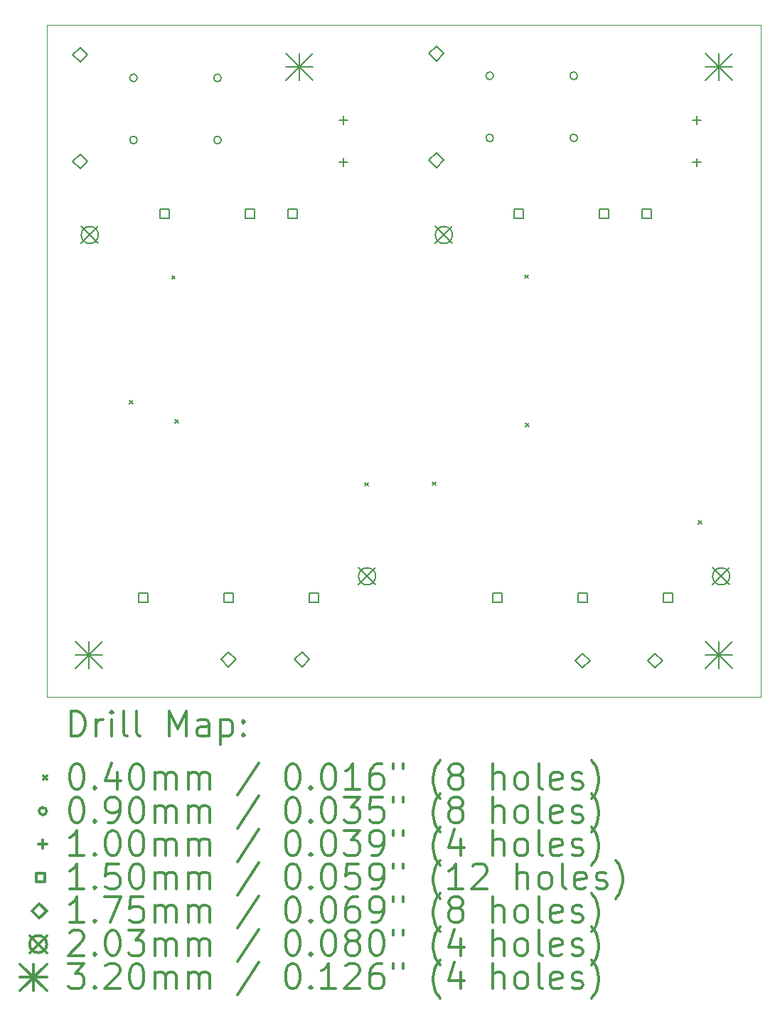
<source format=gbr>
%FSLAX45Y45*%
G04 Gerber Fmt 4.5, Leading zero omitted, Abs format (unit mm)*
G04 Created by KiCad (PCBNEW 5.1.6+dfsg1-1~bpo9+1) date 2022-04-04 20:49:42*
%MOMM*%
%LPD*%
G01*
G04 APERTURE LIST*
%TA.AperFunction,Profile*%
%ADD10C,0.100000*%
%TD*%
%ADD11C,0.200000*%
%ADD12C,0.300000*%
G04 APERTURE END LIST*
D10*
X0Y1000D02*
X8500000Y1000D01*
X8500000Y8001000D02*
X8500000Y1000D01*
X0Y8001000D02*
X0Y1000D01*
X0Y8001000D02*
X8500000Y8001000D01*
D11*
X979490Y3526470D02*
X1019490Y3486470D01*
X1019490Y3526470D02*
X979490Y3486470D01*
X1484950Y5013640D02*
X1524950Y4973640D01*
X1524950Y5013640D02*
X1484950Y4973640D01*
X1523050Y3302950D02*
X1563050Y3262950D01*
X1563050Y3302950D02*
X1523050Y3262950D01*
X3784920Y2549840D02*
X3824920Y2509840D01*
X3824920Y2549840D02*
X3784920Y2509840D01*
X4585020Y2558730D02*
X4625020Y2518730D01*
X4625020Y2558730D02*
X4585020Y2518730D01*
X5686110Y5022530D02*
X5726110Y4982530D01*
X5726110Y5022530D02*
X5686110Y4982530D01*
X5695000Y3258500D02*
X5735000Y3218500D01*
X5735000Y3258500D02*
X5695000Y3218500D01*
X7754940Y2096450D02*
X7794940Y2056450D01*
X7794940Y2096450D02*
X7754940Y2056450D01*
X5315500Y7394800D02*
G75*
G03*
X5315500Y7394800I-45000J0D01*
G01*
X5315500Y6654800D02*
G75*
G03*
X5315500Y6654800I-45000J0D01*
G01*
X6315500Y7394800D02*
G75*
G03*
X6315500Y7394800I-45000J0D01*
G01*
X6315500Y6654800D02*
G75*
G03*
X6315500Y6654800I-45000J0D01*
G01*
X1073700Y7369400D02*
G75*
G03*
X1073700Y7369400I-45000J0D01*
G01*
X1073700Y6629400D02*
G75*
G03*
X1073700Y6629400I-45000J0D01*
G01*
X2073700Y7369400D02*
G75*
G03*
X2073700Y7369400I-45000J0D01*
G01*
X2073700Y6629400D02*
G75*
G03*
X2073700Y6629400I-45000J0D01*
G01*
X7739380Y6912700D02*
X7739380Y6812700D01*
X7689380Y6862700D02*
X7789380Y6862700D01*
X7739380Y6412700D02*
X7739380Y6312700D01*
X7689380Y6362700D02*
X7789380Y6362700D01*
X3525520Y6917780D02*
X3525520Y6817780D01*
X3475520Y6867780D02*
X3575520Y6867780D01*
X3525520Y6417780D02*
X3525520Y6317780D01*
X3475520Y6367780D02*
X3575520Y6367780D01*
X1196034Y1128067D02*
X1196034Y1234134D01*
X1089967Y1234134D01*
X1089967Y1128067D01*
X1196034Y1128067D01*
X1450033Y5700066D02*
X1450033Y5806133D01*
X1343967Y5806133D01*
X1343967Y5700066D01*
X1450033Y5700066D01*
X2212034Y1128067D02*
X2212034Y1234134D01*
X2105967Y1234134D01*
X2105967Y1128067D01*
X2212034Y1128067D01*
X2466034Y5700066D02*
X2466034Y5806133D01*
X2359967Y5806133D01*
X2359967Y5700066D01*
X2466034Y5700066D01*
X2974033Y5700066D02*
X2974033Y5806133D01*
X2867966Y5806133D01*
X2867966Y5700066D01*
X2974033Y5700066D01*
X3228033Y1128067D02*
X3228033Y1234134D01*
X3121966Y1234134D01*
X3121966Y1128067D01*
X3228033Y1128067D01*
X5412434Y1128067D02*
X5412434Y1234134D01*
X5306367Y1234134D01*
X5306367Y1128067D01*
X5412434Y1128067D01*
X5666433Y5700066D02*
X5666433Y5806133D01*
X5560367Y5806133D01*
X5560367Y5700066D01*
X5666433Y5700066D01*
X6428433Y1128067D02*
X6428433Y1234134D01*
X6322366Y1234134D01*
X6322366Y1128067D01*
X6428433Y1128067D01*
X6682433Y5700066D02*
X6682433Y5806133D01*
X6576366Y5806133D01*
X6576366Y5700066D01*
X6682433Y5700066D01*
X7190433Y5700066D02*
X7190433Y5806133D01*
X7084366Y5806133D01*
X7084366Y5700066D01*
X7190433Y5700066D01*
X7444433Y1128067D02*
X7444433Y1234134D01*
X7338366Y1234134D01*
X7338366Y1128067D01*
X7444433Y1128067D01*
X3035300Y357000D02*
X3122800Y444500D01*
X3035300Y532000D01*
X2947800Y444500D01*
X3035300Y357000D01*
X2159000Y357000D02*
X2246500Y444500D01*
X2159000Y532000D01*
X2071500Y444500D01*
X2159000Y357000D01*
X7239000Y344300D02*
X7326500Y431800D01*
X7239000Y519300D01*
X7151500Y431800D01*
X7239000Y344300D01*
X6375400Y344300D02*
X6462900Y431800D01*
X6375400Y519300D01*
X6287900Y431800D01*
X6375400Y344300D01*
X393700Y7557900D02*
X481200Y7645400D01*
X393700Y7732900D01*
X306200Y7645400D01*
X393700Y7557900D01*
X393700Y6287900D02*
X481200Y6375400D01*
X393700Y6462900D01*
X306200Y6375400D01*
X393700Y6287900D01*
X4635500Y7570600D02*
X4723000Y7658100D01*
X4635500Y7745600D01*
X4548000Y7658100D01*
X4635500Y7570600D01*
X4635500Y6300600D02*
X4723000Y6388100D01*
X4635500Y6475600D01*
X4548000Y6388100D01*
X4635500Y6300600D01*
X406400Y5600700D02*
X609600Y5397500D01*
X609600Y5600700D02*
X406400Y5397500D01*
X609600Y5499100D02*
G75*
G03*
X609600Y5499100I-101600J0D01*
G01*
X3708400Y1536700D02*
X3911600Y1333500D01*
X3911600Y1536700D02*
X3708400Y1333500D01*
X3911600Y1435100D02*
G75*
G03*
X3911600Y1435100I-101600J0D01*
G01*
X4622800Y5600700D02*
X4826000Y5397500D01*
X4826000Y5600700D02*
X4622800Y5397500D01*
X4826000Y5499100D02*
G75*
G03*
X4826000Y5499100I-101600J0D01*
G01*
X7924800Y1536700D02*
X8128000Y1333500D01*
X8128000Y1536700D02*
X7924800Y1333500D01*
X8128000Y1435100D02*
G75*
G03*
X8128000Y1435100I-101600J0D01*
G01*
X7840000Y7661000D02*
X8160000Y7341000D01*
X8160000Y7661000D02*
X7840000Y7341000D01*
X8000000Y7661000D02*
X8000000Y7341000D01*
X7840000Y7501000D02*
X8160000Y7501000D01*
X340000Y661000D02*
X660000Y341000D01*
X660000Y661000D02*
X340000Y341000D01*
X500000Y661000D02*
X500000Y341000D01*
X340000Y501000D02*
X660000Y501000D01*
X7840000Y661000D02*
X8160000Y341000D01*
X8160000Y661000D02*
X7840000Y341000D01*
X8000000Y661000D02*
X8000000Y341000D01*
X7840000Y501000D02*
X8160000Y501000D01*
X2840000Y7661000D02*
X3160000Y7341000D01*
X3160000Y7661000D02*
X2840000Y7341000D01*
X3000000Y7661000D02*
X3000000Y7341000D01*
X2840000Y7501000D02*
X3160000Y7501000D01*
D12*
X281428Y-469714D02*
X281428Y-169714D01*
X352857Y-169714D01*
X395714Y-184000D01*
X424286Y-212571D01*
X438571Y-241143D01*
X452857Y-298286D01*
X452857Y-341143D01*
X438571Y-398286D01*
X424286Y-426857D01*
X395714Y-455429D01*
X352857Y-469714D01*
X281428Y-469714D01*
X581428Y-469714D02*
X581428Y-269714D01*
X581428Y-326857D02*
X595714Y-298286D01*
X610000Y-284000D01*
X638571Y-269714D01*
X667143Y-269714D01*
X767143Y-469714D02*
X767143Y-269714D01*
X767143Y-169714D02*
X752857Y-184000D01*
X767143Y-198286D01*
X781428Y-184000D01*
X767143Y-169714D01*
X767143Y-198286D01*
X952857Y-469714D02*
X924286Y-455429D01*
X910000Y-426857D01*
X910000Y-169714D01*
X1110000Y-469714D02*
X1081428Y-455429D01*
X1067143Y-426857D01*
X1067143Y-169714D01*
X1452857Y-469714D02*
X1452857Y-169714D01*
X1552857Y-384000D01*
X1652857Y-169714D01*
X1652857Y-469714D01*
X1924286Y-469714D02*
X1924286Y-312572D01*
X1910000Y-284000D01*
X1881428Y-269714D01*
X1824286Y-269714D01*
X1795714Y-284000D01*
X1924286Y-455429D02*
X1895714Y-469714D01*
X1824286Y-469714D01*
X1795714Y-455429D01*
X1781428Y-426857D01*
X1781428Y-398286D01*
X1795714Y-369714D01*
X1824286Y-355429D01*
X1895714Y-355429D01*
X1924286Y-341143D01*
X2067143Y-269714D02*
X2067143Y-569714D01*
X2067143Y-284000D02*
X2095714Y-269714D01*
X2152857Y-269714D01*
X2181428Y-284000D01*
X2195714Y-298286D01*
X2210000Y-326857D01*
X2210000Y-412571D01*
X2195714Y-441143D01*
X2181428Y-455429D01*
X2152857Y-469714D01*
X2095714Y-469714D01*
X2067143Y-455429D01*
X2338571Y-441143D02*
X2352857Y-455429D01*
X2338571Y-469714D01*
X2324286Y-455429D01*
X2338571Y-441143D01*
X2338571Y-469714D01*
X2338571Y-284000D02*
X2352857Y-298286D01*
X2338571Y-312572D01*
X2324286Y-298286D01*
X2338571Y-284000D01*
X2338571Y-312572D01*
X-45000Y-944000D02*
X-5000Y-984000D01*
X-5000Y-944000D02*
X-45000Y-984000D01*
X338571Y-799714D02*
X367143Y-799714D01*
X395714Y-814000D01*
X410000Y-828286D01*
X424286Y-856857D01*
X438571Y-914000D01*
X438571Y-985429D01*
X424286Y-1042571D01*
X410000Y-1071143D01*
X395714Y-1085429D01*
X367143Y-1099714D01*
X338571Y-1099714D01*
X310000Y-1085429D01*
X295714Y-1071143D01*
X281428Y-1042571D01*
X267143Y-985429D01*
X267143Y-914000D01*
X281428Y-856857D01*
X295714Y-828286D01*
X310000Y-814000D01*
X338571Y-799714D01*
X567143Y-1071143D02*
X581428Y-1085429D01*
X567143Y-1099714D01*
X552857Y-1085429D01*
X567143Y-1071143D01*
X567143Y-1099714D01*
X838571Y-899714D02*
X838571Y-1099714D01*
X767143Y-785429D02*
X695714Y-999714D01*
X881428Y-999714D01*
X1052857Y-799714D02*
X1081428Y-799714D01*
X1110000Y-814000D01*
X1124286Y-828286D01*
X1138571Y-856857D01*
X1152857Y-914000D01*
X1152857Y-985429D01*
X1138571Y-1042571D01*
X1124286Y-1071143D01*
X1110000Y-1085429D01*
X1081428Y-1099714D01*
X1052857Y-1099714D01*
X1024286Y-1085429D01*
X1010000Y-1071143D01*
X995714Y-1042571D01*
X981428Y-985429D01*
X981428Y-914000D01*
X995714Y-856857D01*
X1010000Y-828286D01*
X1024286Y-814000D01*
X1052857Y-799714D01*
X1281428Y-1099714D02*
X1281428Y-899714D01*
X1281428Y-928286D02*
X1295714Y-914000D01*
X1324286Y-899714D01*
X1367143Y-899714D01*
X1395714Y-914000D01*
X1410000Y-942571D01*
X1410000Y-1099714D01*
X1410000Y-942571D02*
X1424286Y-914000D01*
X1452857Y-899714D01*
X1495714Y-899714D01*
X1524286Y-914000D01*
X1538571Y-942571D01*
X1538571Y-1099714D01*
X1681428Y-1099714D02*
X1681428Y-899714D01*
X1681428Y-928286D02*
X1695714Y-914000D01*
X1724286Y-899714D01*
X1767143Y-899714D01*
X1795714Y-914000D01*
X1810000Y-942571D01*
X1810000Y-1099714D01*
X1810000Y-942571D02*
X1824286Y-914000D01*
X1852857Y-899714D01*
X1895714Y-899714D01*
X1924286Y-914000D01*
X1938571Y-942571D01*
X1938571Y-1099714D01*
X2524286Y-785429D02*
X2267143Y-1171143D01*
X2910000Y-799714D02*
X2938571Y-799714D01*
X2967143Y-814000D01*
X2981428Y-828286D01*
X2995714Y-856857D01*
X3010000Y-914000D01*
X3010000Y-985429D01*
X2995714Y-1042571D01*
X2981428Y-1071143D01*
X2967143Y-1085429D01*
X2938571Y-1099714D01*
X2910000Y-1099714D01*
X2881428Y-1085429D01*
X2867143Y-1071143D01*
X2852857Y-1042571D01*
X2838571Y-985429D01*
X2838571Y-914000D01*
X2852857Y-856857D01*
X2867143Y-828286D01*
X2881428Y-814000D01*
X2910000Y-799714D01*
X3138571Y-1071143D02*
X3152857Y-1085429D01*
X3138571Y-1099714D01*
X3124286Y-1085429D01*
X3138571Y-1071143D01*
X3138571Y-1099714D01*
X3338571Y-799714D02*
X3367143Y-799714D01*
X3395714Y-814000D01*
X3410000Y-828286D01*
X3424286Y-856857D01*
X3438571Y-914000D01*
X3438571Y-985429D01*
X3424286Y-1042571D01*
X3410000Y-1071143D01*
X3395714Y-1085429D01*
X3367143Y-1099714D01*
X3338571Y-1099714D01*
X3310000Y-1085429D01*
X3295714Y-1071143D01*
X3281428Y-1042571D01*
X3267143Y-985429D01*
X3267143Y-914000D01*
X3281428Y-856857D01*
X3295714Y-828286D01*
X3310000Y-814000D01*
X3338571Y-799714D01*
X3724286Y-1099714D02*
X3552857Y-1099714D01*
X3638571Y-1099714D02*
X3638571Y-799714D01*
X3610000Y-842571D01*
X3581428Y-871143D01*
X3552857Y-885429D01*
X3981428Y-799714D02*
X3924286Y-799714D01*
X3895714Y-814000D01*
X3881428Y-828286D01*
X3852857Y-871143D01*
X3838571Y-928286D01*
X3838571Y-1042571D01*
X3852857Y-1071143D01*
X3867143Y-1085429D01*
X3895714Y-1099714D01*
X3952857Y-1099714D01*
X3981428Y-1085429D01*
X3995714Y-1071143D01*
X4010000Y-1042571D01*
X4010000Y-971143D01*
X3995714Y-942571D01*
X3981428Y-928286D01*
X3952857Y-914000D01*
X3895714Y-914000D01*
X3867143Y-928286D01*
X3852857Y-942571D01*
X3838571Y-971143D01*
X4124286Y-799714D02*
X4124286Y-856857D01*
X4238571Y-799714D02*
X4238571Y-856857D01*
X4681428Y-1214000D02*
X4667143Y-1199714D01*
X4638571Y-1156857D01*
X4624286Y-1128286D01*
X4610000Y-1085429D01*
X4595714Y-1014000D01*
X4595714Y-956857D01*
X4610000Y-885429D01*
X4624286Y-842571D01*
X4638571Y-814000D01*
X4667143Y-771143D01*
X4681428Y-756857D01*
X4838571Y-928286D02*
X4810000Y-914000D01*
X4795714Y-899714D01*
X4781428Y-871143D01*
X4781428Y-856857D01*
X4795714Y-828286D01*
X4810000Y-814000D01*
X4838571Y-799714D01*
X4895714Y-799714D01*
X4924286Y-814000D01*
X4938571Y-828286D01*
X4952857Y-856857D01*
X4952857Y-871143D01*
X4938571Y-899714D01*
X4924286Y-914000D01*
X4895714Y-928286D01*
X4838571Y-928286D01*
X4810000Y-942571D01*
X4795714Y-956857D01*
X4781428Y-985429D01*
X4781428Y-1042571D01*
X4795714Y-1071143D01*
X4810000Y-1085429D01*
X4838571Y-1099714D01*
X4895714Y-1099714D01*
X4924286Y-1085429D01*
X4938571Y-1071143D01*
X4952857Y-1042571D01*
X4952857Y-985429D01*
X4938571Y-956857D01*
X4924286Y-942571D01*
X4895714Y-928286D01*
X5310000Y-1099714D02*
X5310000Y-799714D01*
X5438571Y-1099714D02*
X5438571Y-942571D01*
X5424286Y-914000D01*
X5395714Y-899714D01*
X5352857Y-899714D01*
X5324286Y-914000D01*
X5310000Y-928286D01*
X5624286Y-1099714D02*
X5595714Y-1085429D01*
X5581428Y-1071143D01*
X5567143Y-1042571D01*
X5567143Y-956857D01*
X5581428Y-928286D01*
X5595714Y-914000D01*
X5624286Y-899714D01*
X5667143Y-899714D01*
X5695714Y-914000D01*
X5710000Y-928286D01*
X5724286Y-956857D01*
X5724286Y-1042571D01*
X5710000Y-1071143D01*
X5695714Y-1085429D01*
X5667143Y-1099714D01*
X5624286Y-1099714D01*
X5895714Y-1099714D02*
X5867143Y-1085429D01*
X5852857Y-1056857D01*
X5852857Y-799714D01*
X6124286Y-1085429D02*
X6095714Y-1099714D01*
X6038571Y-1099714D01*
X6010000Y-1085429D01*
X5995714Y-1056857D01*
X5995714Y-942571D01*
X6010000Y-914000D01*
X6038571Y-899714D01*
X6095714Y-899714D01*
X6124286Y-914000D01*
X6138571Y-942571D01*
X6138571Y-971143D01*
X5995714Y-999714D01*
X6252857Y-1085429D02*
X6281428Y-1099714D01*
X6338571Y-1099714D01*
X6367143Y-1085429D01*
X6381428Y-1056857D01*
X6381428Y-1042571D01*
X6367143Y-1014000D01*
X6338571Y-999714D01*
X6295714Y-999714D01*
X6267143Y-985429D01*
X6252857Y-956857D01*
X6252857Y-942571D01*
X6267143Y-914000D01*
X6295714Y-899714D01*
X6338571Y-899714D01*
X6367143Y-914000D01*
X6481428Y-1214000D02*
X6495714Y-1199714D01*
X6524286Y-1156857D01*
X6538571Y-1128286D01*
X6552857Y-1085429D01*
X6567143Y-1014000D01*
X6567143Y-956857D01*
X6552857Y-885429D01*
X6538571Y-842571D01*
X6524286Y-814000D01*
X6495714Y-771143D01*
X6481428Y-756857D01*
X-5000Y-1360000D02*
G75*
G03*
X-5000Y-1360000I-45000J0D01*
G01*
X338571Y-1195714D02*
X367143Y-1195714D01*
X395714Y-1210000D01*
X410000Y-1224286D01*
X424286Y-1252857D01*
X438571Y-1310000D01*
X438571Y-1381429D01*
X424286Y-1438571D01*
X410000Y-1467143D01*
X395714Y-1481429D01*
X367143Y-1495714D01*
X338571Y-1495714D01*
X310000Y-1481429D01*
X295714Y-1467143D01*
X281428Y-1438571D01*
X267143Y-1381429D01*
X267143Y-1310000D01*
X281428Y-1252857D01*
X295714Y-1224286D01*
X310000Y-1210000D01*
X338571Y-1195714D01*
X567143Y-1467143D02*
X581428Y-1481429D01*
X567143Y-1495714D01*
X552857Y-1481429D01*
X567143Y-1467143D01*
X567143Y-1495714D01*
X724286Y-1495714D02*
X781428Y-1495714D01*
X810000Y-1481429D01*
X824286Y-1467143D01*
X852857Y-1424286D01*
X867143Y-1367143D01*
X867143Y-1252857D01*
X852857Y-1224286D01*
X838571Y-1210000D01*
X810000Y-1195714D01*
X752857Y-1195714D01*
X724286Y-1210000D01*
X710000Y-1224286D01*
X695714Y-1252857D01*
X695714Y-1324286D01*
X710000Y-1352857D01*
X724286Y-1367143D01*
X752857Y-1381429D01*
X810000Y-1381429D01*
X838571Y-1367143D01*
X852857Y-1352857D01*
X867143Y-1324286D01*
X1052857Y-1195714D02*
X1081428Y-1195714D01*
X1110000Y-1210000D01*
X1124286Y-1224286D01*
X1138571Y-1252857D01*
X1152857Y-1310000D01*
X1152857Y-1381429D01*
X1138571Y-1438571D01*
X1124286Y-1467143D01*
X1110000Y-1481429D01*
X1081428Y-1495714D01*
X1052857Y-1495714D01*
X1024286Y-1481429D01*
X1010000Y-1467143D01*
X995714Y-1438571D01*
X981428Y-1381429D01*
X981428Y-1310000D01*
X995714Y-1252857D01*
X1010000Y-1224286D01*
X1024286Y-1210000D01*
X1052857Y-1195714D01*
X1281428Y-1495714D02*
X1281428Y-1295714D01*
X1281428Y-1324286D02*
X1295714Y-1310000D01*
X1324286Y-1295714D01*
X1367143Y-1295714D01*
X1395714Y-1310000D01*
X1410000Y-1338572D01*
X1410000Y-1495714D01*
X1410000Y-1338572D02*
X1424286Y-1310000D01*
X1452857Y-1295714D01*
X1495714Y-1295714D01*
X1524286Y-1310000D01*
X1538571Y-1338572D01*
X1538571Y-1495714D01*
X1681428Y-1495714D02*
X1681428Y-1295714D01*
X1681428Y-1324286D02*
X1695714Y-1310000D01*
X1724286Y-1295714D01*
X1767143Y-1295714D01*
X1795714Y-1310000D01*
X1810000Y-1338572D01*
X1810000Y-1495714D01*
X1810000Y-1338572D02*
X1824286Y-1310000D01*
X1852857Y-1295714D01*
X1895714Y-1295714D01*
X1924286Y-1310000D01*
X1938571Y-1338572D01*
X1938571Y-1495714D01*
X2524286Y-1181429D02*
X2267143Y-1567143D01*
X2910000Y-1195714D02*
X2938571Y-1195714D01*
X2967143Y-1210000D01*
X2981428Y-1224286D01*
X2995714Y-1252857D01*
X3010000Y-1310000D01*
X3010000Y-1381429D01*
X2995714Y-1438571D01*
X2981428Y-1467143D01*
X2967143Y-1481429D01*
X2938571Y-1495714D01*
X2910000Y-1495714D01*
X2881428Y-1481429D01*
X2867143Y-1467143D01*
X2852857Y-1438571D01*
X2838571Y-1381429D01*
X2838571Y-1310000D01*
X2852857Y-1252857D01*
X2867143Y-1224286D01*
X2881428Y-1210000D01*
X2910000Y-1195714D01*
X3138571Y-1467143D02*
X3152857Y-1481429D01*
X3138571Y-1495714D01*
X3124286Y-1481429D01*
X3138571Y-1467143D01*
X3138571Y-1495714D01*
X3338571Y-1195714D02*
X3367143Y-1195714D01*
X3395714Y-1210000D01*
X3410000Y-1224286D01*
X3424286Y-1252857D01*
X3438571Y-1310000D01*
X3438571Y-1381429D01*
X3424286Y-1438571D01*
X3410000Y-1467143D01*
X3395714Y-1481429D01*
X3367143Y-1495714D01*
X3338571Y-1495714D01*
X3310000Y-1481429D01*
X3295714Y-1467143D01*
X3281428Y-1438571D01*
X3267143Y-1381429D01*
X3267143Y-1310000D01*
X3281428Y-1252857D01*
X3295714Y-1224286D01*
X3310000Y-1210000D01*
X3338571Y-1195714D01*
X3538571Y-1195714D02*
X3724286Y-1195714D01*
X3624286Y-1310000D01*
X3667143Y-1310000D01*
X3695714Y-1324286D01*
X3710000Y-1338572D01*
X3724286Y-1367143D01*
X3724286Y-1438571D01*
X3710000Y-1467143D01*
X3695714Y-1481429D01*
X3667143Y-1495714D01*
X3581428Y-1495714D01*
X3552857Y-1481429D01*
X3538571Y-1467143D01*
X3995714Y-1195714D02*
X3852857Y-1195714D01*
X3838571Y-1338572D01*
X3852857Y-1324286D01*
X3881428Y-1310000D01*
X3952857Y-1310000D01*
X3981428Y-1324286D01*
X3995714Y-1338572D01*
X4010000Y-1367143D01*
X4010000Y-1438571D01*
X3995714Y-1467143D01*
X3981428Y-1481429D01*
X3952857Y-1495714D01*
X3881428Y-1495714D01*
X3852857Y-1481429D01*
X3838571Y-1467143D01*
X4124286Y-1195714D02*
X4124286Y-1252857D01*
X4238571Y-1195714D02*
X4238571Y-1252857D01*
X4681428Y-1610000D02*
X4667143Y-1595714D01*
X4638571Y-1552857D01*
X4624286Y-1524286D01*
X4610000Y-1481429D01*
X4595714Y-1410000D01*
X4595714Y-1352857D01*
X4610000Y-1281429D01*
X4624286Y-1238572D01*
X4638571Y-1210000D01*
X4667143Y-1167143D01*
X4681428Y-1152857D01*
X4838571Y-1324286D02*
X4810000Y-1310000D01*
X4795714Y-1295714D01*
X4781428Y-1267143D01*
X4781428Y-1252857D01*
X4795714Y-1224286D01*
X4810000Y-1210000D01*
X4838571Y-1195714D01*
X4895714Y-1195714D01*
X4924286Y-1210000D01*
X4938571Y-1224286D01*
X4952857Y-1252857D01*
X4952857Y-1267143D01*
X4938571Y-1295714D01*
X4924286Y-1310000D01*
X4895714Y-1324286D01*
X4838571Y-1324286D01*
X4810000Y-1338572D01*
X4795714Y-1352857D01*
X4781428Y-1381429D01*
X4781428Y-1438571D01*
X4795714Y-1467143D01*
X4810000Y-1481429D01*
X4838571Y-1495714D01*
X4895714Y-1495714D01*
X4924286Y-1481429D01*
X4938571Y-1467143D01*
X4952857Y-1438571D01*
X4952857Y-1381429D01*
X4938571Y-1352857D01*
X4924286Y-1338572D01*
X4895714Y-1324286D01*
X5310000Y-1495714D02*
X5310000Y-1195714D01*
X5438571Y-1495714D02*
X5438571Y-1338572D01*
X5424286Y-1310000D01*
X5395714Y-1295714D01*
X5352857Y-1295714D01*
X5324286Y-1310000D01*
X5310000Y-1324286D01*
X5624286Y-1495714D02*
X5595714Y-1481429D01*
X5581428Y-1467143D01*
X5567143Y-1438571D01*
X5567143Y-1352857D01*
X5581428Y-1324286D01*
X5595714Y-1310000D01*
X5624286Y-1295714D01*
X5667143Y-1295714D01*
X5695714Y-1310000D01*
X5710000Y-1324286D01*
X5724286Y-1352857D01*
X5724286Y-1438571D01*
X5710000Y-1467143D01*
X5695714Y-1481429D01*
X5667143Y-1495714D01*
X5624286Y-1495714D01*
X5895714Y-1495714D02*
X5867143Y-1481429D01*
X5852857Y-1452857D01*
X5852857Y-1195714D01*
X6124286Y-1481429D02*
X6095714Y-1495714D01*
X6038571Y-1495714D01*
X6010000Y-1481429D01*
X5995714Y-1452857D01*
X5995714Y-1338572D01*
X6010000Y-1310000D01*
X6038571Y-1295714D01*
X6095714Y-1295714D01*
X6124286Y-1310000D01*
X6138571Y-1338572D01*
X6138571Y-1367143D01*
X5995714Y-1395714D01*
X6252857Y-1481429D02*
X6281428Y-1495714D01*
X6338571Y-1495714D01*
X6367143Y-1481429D01*
X6381428Y-1452857D01*
X6381428Y-1438571D01*
X6367143Y-1410000D01*
X6338571Y-1395714D01*
X6295714Y-1395714D01*
X6267143Y-1381429D01*
X6252857Y-1352857D01*
X6252857Y-1338572D01*
X6267143Y-1310000D01*
X6295714Y-1295714D01*
X6338571Y-1295714D01*
X6367143Y-1310000D01*
X6481428Y-1610000D02*
X6495714Y-1595714D01*
X6524286Y-1552857D01*
X6538571Y-1524286D01*
X6552857Y-1481429D01*
X6567143Y-1410000D01*
X6567143Y-1352857D01*
X6552857Y-1281429D01*
X6538571Y-1238572D01*
X6524286Y-1210000D01*
X6495714Y-1167143D01*
X6481428Y-1152857D01*
X-55000Y-1706000D02*
X-55000Y-1806000D01*
X-105000Y-1756000D02*
X-5000Y-1756000D01*
X438571Y-1891714D02*
X267143Y-1891714D01*
X352857Y-1891714D02*
X352857Y-1591714D01*
X324286Y-1634571D01*
X295714Y-1663143D01*
X267143Y-1677429D01*
X567143Y-1863143D02*
X581428Y-1877429D01*
X567143Y-1891714D01*
X552857Y-1877429D01*
X567143Y-1863143D01*
X567143Y-1891714D01*
X767143Y-1591714D02*
X795714Y-1591714D01*
X824286Y-1606000D01*
X838571Y-1620286D01*
X852857Y-1648857D01*
X867143Y-1706000D01*
X867143Y-1777429D01*
X852857Y-1834571D01*
X838571Y-1863143D01*
X824286Y-1877429D01*
X795714Y-1891714D01*
X767143Y-1891714D01*
X738571Y-1877429D01*
X724286Y-1863143D01*
X710000Y-1834571D01*
X695714Y-1777429D01*
X695714Y-1706000D01*
X710000Y-1648857D01*
X724286Y-1620286D01*
X738571Y-1606000D01*
X767143Y-1591714D01*
X1052857Y-1591714D02*
X1081428Y-1591714D01*
X1110000Y-1606000D01*
X1124286Y-1620286D01*
X1138571Y-1648857D01*
X1152857Y-1706000D01*
X1152857Y-1777429D01*
X1138571Y-1834571D01*
X1124286Y-1863143D01*
X1110000Y-1877429D01*
X1081428Y-1891714D01*
X1052857Y-1891714D01*
X1024286Y-1877429D01*
X1010000Y-1863143D01*
X995714Y-1834571D01*
X981428Y-1777429D01*
X981428Y-1706000D01*
X995714Y-1648857D01*
X1010000Y-1620286D01*
X1024286Y-1606000D01*
X1052857Y-1591714D01*
X1281428Y-1891714D02*
X1281428Y-1691714D01*
X1281428Y-1720286D02*
X1295714Y-1706000D01*
X1324286Y-1691714D01*
X1367143Y-1691714D01*
X1395714Y-1706000D01*
X1410000Y-1734571D01*
X1410000Y-1891714D01*
X1410000Y-1734571D02*
X1424286Y-1706000D01*
X1452857Y-1691714D01*
X1495714Y-1691714D01*
X1524286Y-1706000D01*
X1538571Y-1734571D01*
X1538571Y-1891714D01*
X1681428Y-1891714D02*
X1681428Y-1691714D01*
X1681428Y-1720286D02*
X1695714Y-1706000D01*
X1724286Y-1691714D01*
X1767143Y-1691714D01*
X1795714Y-1706000D01*
X1810000Y-1734571D01*
X1810000Y-1891714D01*
X1810000Y-1734571D02*
X1824286Y-1706000D01*
X1852857Y-1691714D01*
X1895714Y-1691714D01*
X1924286Y-1706000D01*
X1938571Y-1734571D01*
X1938571Y-1891714D01*
X2524286Y-1577429D02*
X2267143Y-1963143D01*
X2910000Y-1591714D02*
X2938571Y-1591714D01*
X2967143Y-1606000D01*
X2981428Y-1620286D01*
X2995714Y-1648857D01*
X3010000Y-1706000D01*
X3010000Y-1777429D01*
X2995714Y-1834571D01*
X2981428Y-1863143D01*
X2967143Y-1877429D01*
X2938571Y-1891714D01*
X2910000Y-1891714D01*
X2881428Y-1877429D01*
X2867143Y-1863143D01*
X2852857Y-1834571D01*
X2838571Y-1777429D01*
X2838571Y-1706000D01*
X2852857Y-1648857D01*
X2867143Y-1620286D01*
X2881428Y-1606000D01*
X2910000Y-1591714D01*
X3138571Y-1863143D02*
X3152857Y-1877429D01*
X3138571Y-1891714D01*
X3124286Y-1877429D01*
X3138571Y-1863143D01*
X3138571Y-1891714D01*
X3338571Y-1591714D02*
X3367143Y-1591714D01*
X3395714Y-1606000D01*
X3410000Y-1620286D01*
X3424286Y-1648857D01*
X3438571Y-1706000D01*
X3438571Y-1777429D01*
X3424286Y-1834571D01*
X3410000Y-1863143D01*
X3395714Y-1877429D01*
X3367143Y-1891714D01*
X3338571Y-1891714D01*
X3310000Y-1877429D01*
X3295714Y-1863143D01*
X3281428Y-1834571D01*
X3267143Y-1777429D01*
X3267143Y-1706000D01*
X3281428Y-1648857D01*
X3295714Y-1620286D01*
X3310000Y-1606000D01*
X3338571Y-1591714D01*
X3538571Y-1591714D02*
X3724286Y-1591714D01*
X3624286Y-1706000D01*
X3667143Y-1706000D01*
X3695714Y-1720286D01*
X3710000Y-1734571D01*
X3724286Y-1763143D01*
X3724286Y-1834571D01*
X3710000Y-1863143D01*
X3695714Y-1877429D01*
X3667143Y-1891714D01*
X3581428Y-1891714D01*
X3552857Y-1877429D01*
X3538571Y-1863143D01*
X3867143Y-1891714D02*
X3924286Y-1891714D01*
X3952857Y-1877429D01*
X3967143Y-1863143D01*
X3995714Y-1820286D01*
X4010000Y-1763143D01*
X4010000Y-1648857D01*
X3995714Y-1620286D01*
X3981428Y-1606000D01*
X3952857Y-1591714D01*
X3895714Y-1591714D01*
X3867143Y-1606000D01*
X3852857Y-1620286D01*
X3838571Y-1648857D01*
X3838571Y-1720286D01*
X3852857Y-1748857D01*
X3867143Y-1763143D01*
X3895714Y-1777429D01*
X3952857Y-1777429D01*
X3981428Y-1763143D01*
X3995714Y-1748857D01*
X4010000Y-1720286D01*
X4124286Y-1591714D02*
X4124286Y-1648857D01*
X4238571Y-1591714D02*
X4238571Y-1648857D01*
X4681428Y-2006000D02*
X4667143Y-1991714D01*
X4638571Y-1948857D01*
X4624286Y-1920286D01*
X4610000Y-1877429D01*
X4595714Y-1806000D01*
X4595714Y-1748857D01*
X4610000Y-1677429D01*
X4624286Y-1634571D01*
X4638571Y-1606000D01*
X4667143Y-1563143D01*
X4681428Y-1548857D01*
X4924286Y-1691714D02*
X4924286Y-1891714D01*
X4852857Y-1577429D02*
X4781428Y-1791714D01*
X4967143Y-1791714D01*
X5310000Y-1891714D02*
X5310000Y-1591714D01*
X5438571Y-1891714D02*
X5438571Y-1734571D01*
X5424286Y-1706000D01*
X5395714Y-1691714D01*
X5352857Y-1691714D01*
X5324286Y-1706000D01*
X5310000Y-1720286D01*
X5624286Y-1891714D02*
X5595714Y-1877429D01*
X5581428Y-1863143D01*
X5567143Y-1834571D01*
X5567143Y-1748857D01*
X5581428Y-1720286D01*
X5595714Y-1706000D01*
X5624286Y-1691714D01*
X5667143Y-1691714D01*
X5695714Y-1706000D01*
X5710000Y-1720286D01*
X5724286Y-1748857D01*
X5724286Y-1834571D01*
X5710000Y-1863143D01*
X5695714Y-1877429D01*
X5667143Y-1891714D01*
X5624286Y-1891714D01*
X5895714Y-1891714D02*
X5867143Y-1877429D01*
X5852857Y-1848857D01*
X5852857Y-1591714D01*
X6124286Y-1877429D02*
X6095714Y-1891714D01*
X6038571Y-1891714D01*
X6010000Y-1877429D01*
X5995714Y-1848857D01*
X5995714Y-1734571D01*
X6010000Y-1706000D01*
X6038571Y-1691714D01*
X6095714Y-1691714D01*
X6124286Y-1706000D01*
X6138571Y-1734571D01*
X6138571Y-1763143D01*
X5995714Y-1791714D01*
X6252857Y-1877429D02*
X6281428Y-1891714D01*
X6338571Y-1891714D01*
X6367143Y-1877429D01*
X6381428Y-1848857D01*
X6381428Y-1834571D01*
X6367143Y-1806000D01*
X6338571Y-1791714D01*
X6295714Y-1791714D01*
X6267143Y-1777429D01*
X6252857Y-1748857D01*
X6252857Y-1734571D01*
X6267143Y-1706000D01*
X6295714Y-1691714D01*
X6338571Y-1691714D01*
X6367143Y-1706000D01*
X6481428Y-2006000D02*
X6495714Y-1991714D01*
X6524286Y-1948857D01*
X6538571Y-1920286D01*
X6552857Y-1877429D01*
X6567143Y-1806000D01*
X6567143Y-1748857D01*
X6552857Y-1677429D01*
X6538571Y-1634571D01*
X6524286Y-1606000D01*
X6495714Y-1563143D01*
X6481428Y-1548857D01*
X-26967Y-2205034D02*
X-26967Y-2098967D01*
X-133034Y-2098967D01*
X-133034Y-2205034D01*
X-26967Y-2205034D01*
X438571Y-2287714D02*
X267143Y-2287714D01*
X352857Y-2287714D02*
X352857Y-1987714D01*
X324286Y-2030571D01*
X295714Y-2059143D01*
X267143Y-2073429D01*
X567143Y-2259143D02*
X581428Y-2273429D01*
X567143Y-2287714D01*
X552857Y-2273429D01*
X567143Y-2259143D01*
X567143Y-2287714D01*
X852857Y-1987714D02*
X710000Y-1987714D01*
X695714Y-2130572D01*
X710000Y-2116286D01*
X738571Y-2102000D01*
X810000Y-2102000D01*
X838571Y-2116286D01*
X852857Y-2130572D01*
X867143Y-2159143D01*
X867143Y-2230572D01*
X852857Y-2259143D01*
X838571Y-2273429D01*
X810000Y-2287714D01*
X738571Y-2287714D01*
X710000Y-2273429D01*
X695714Y-2259143D01*
X1052857Y-1987714D02*
X1081428Y-1987714D01*
X1110000Y-2002000D01*
X1124286Y-2016286D01*
X1138571Y-2044857D01*
X1152857Y-2102000D01*
X1152857Y-2173429D01*
X1138571Y-2230572D01*
X1124286Y-2259143D01*
X1110000Y-2273429D01*
X1081428Y-2287714D01*
X1052857Y-2287714D01*
X1024286Y-2273429D01*
X1010000Y-2259143D01*
X995714Y-2230572D01*
X981428Y-2173429D01*
X981428Y-2102000D01*
X995714Y-2044857D01*
X1010000Y-2016286D01*
X1024286Y-2002000D01*
X1052857Y-1987714D01*
X1281428Y-2287714D02*
X1281428Y-2087714D01*
X1281428Y-2116286D02*
X1295714Y-2102000D01*
X1324286Y-2087714D01*
X1367143Y-2087714D01*
X1395714Y-2102000D01*
X1410000Y-2130572D01*
X1410000Y-2287714D01*
X1410000Y-2130572D02*
X1424286Y-2102000D01*
X1452857Y-2087714D01*
X1495714Y-2087714D01*
X1524286Y-2102000D01*
X1538571Y-2130572D01*
X1538571Y-2287714D01*
X1681428Y-2287714D02*
X1681428Y-2087714D01*
X1681428Y-2116286D02*
X1695714Y-2102000D01*
X1724286Y-2087714D01*
X1767143Y-2087714D01*
X1795714Y-2102000D01*
X1810000Y-2130572D01*
X1810000Y-2287714D01*
X1810000Y-2130572D02*
X1824286Y-2102000D01*
X1852857Y-2087714D01*
X1895714Y-2087714D01*
X1924286Y-2102000D01*
X1938571Y-2130572D01*
X1938571Y-2287714D01*
X2524286Y-1973429D02*
X2267143Y-2359143D01*
X2910000Y-1987714D02*
X2938571Y-1987714D01*
X2967143Y-2002000D01*
X2981428Y-2016286D01*
X2995714Y-2044857D01*
X3010000Y-2102000D01*
X3010000Y-2173429D01*
X2995714Y-2230572D01*
X2981428Y-2259143D01*
X2967143Y-2273429D01*
X2938571Y-2287714D01*
X2910000Y-2287714D01*
X2881428Y-2273429D01*
X2867143Y-2259143D01*
X2852857Y-2230572D01*
X2838571Y-2173429D01*
X2838571Y-2102000D01*
X2852857Y-2044857D01*
X2867143Y-2016286D01*
X2881428Y-2002000D01*
X2910000Y-1987714D01*
X3138571Y-2259143D02*
X3152857Y-2273429D01*
X3138571Y-2287714D01*
X3124286Y-2273429D01*
X3138571Y-2259143D01*
X3138571Y-2287714D01*
X3338571Y-1987714D02*
X3367143Y-1987714D01*
X3395714Y-2002000D01*
X3410000Y-2016286D01*
X3424286Y-2044857D01*
X3438571Y-2102000D01*
X3438571Y-2173429D01*
X3424286Y-2230572D01*
X3410000Y-2259143D01*
X3395714Y-2273429D01*
X3367143Y-2287714D01*
X3338571Y-2287714D01*
X3310000Y-2273429D01*
X3295714Y-2259143D01*
X3281428Y-2230572D01*
X3267143Y-2173429D01*
X3267143Y-2102000D01*
X3281428Y-2044857D01*
X3295714Y-2016286D01*
X3310000Y-2002000D01*
X3338571Y-1987714D01*
X3710000Y-1987714D02*
X3567143Y-1987714D01*
X3552857Y-2130572D01*
X3567143Y-2116286D01*
X3595714Y-2102000D01*
X3667143Y-2102000D01*
X3695714Y-2116286D01*
X3710000Y-2130572D01*
X3724286Y-2159143D01*
X3724286Y-2230572D01*
X3710000Y-2259143D01*
X3695714Y-2273429D01*
X3667143Y-2287714D01*
X3595714Y-2287714D01*
X3567143Y-2273429D01*
X3552857Y-2259143D01*
X3867143Y-2287714D02*
X3924286Y-2287714D01*
X3952857Y-2273429D01*
X3967143Y-2259143D01*
X3995714Y-2216286D01*
X4010000Y-2159143D01*
X4010000Y-2044857D01*
X3995714Y-2016286D01*
X3981428Y-2002000D01*
X3952857Y-1987714D01*
X3895714Y-1987714D01*
X3867143Y-2002000D01*
X3852857Y-2016286D01*
X3838571Y-2044857D01*
X3838571Y-2116286D01*
X3852857Y-2144857D01*
X3867143Y-2159143D01*
X3895714Y-2173429D01*
X3952857Y-2173429D01*
X3981428Y-2159143D01*
X3995714Y-2144857D01*
X4010000Y-2116286D01*
X4124286Y-1987714D02*
X4124286Y-2044857D01*
X4238571Y-1987714D02*
X4238571Y-2044857D01*
X4681428Y-2402000D02*
X4667143Y-2387714D01*
X4638571Y-2344857D01*
X4624286Y-2316286D01*
X4610000Y-2273429D01*
X4595714Y-2202000D01*
X4595714Y-2144857D01*
X4610000Y-2073429D01*
X4624286Y-2030571D01*
X4638571Y-2002000D01*
X4667143Y-1959143D01*
X4681428Y-1944857D01*
X4952857Y-2287714D02*
X4781428Y-2287714D01*
X4867143Y-2287714D02*
X4867143Y-1987714D01*
X4838571Y-2030571D01*
X4810000Y-2059143D01*
X4781428Y-2073429D01*
X5067143Y-2016286D02*
X5081428Y-2002000D01*
X5110000Y-1987714D01*
X5181428Y-1987714D01*
X5210000Y-2002000D01*
X5224286Y-2016286D01*
X5238571Y-2044857D01*
X5238571Y-2073429D01*
X5224286Y-2116286D01*
X5052857Y-2287714D01*
X5238571Y-2287714D01*
X5595714Y-2287714D02*
X5595714Y-1987714D01*
X5724286Y-2287714D02*
X5724286Y-2130572D01*
X5710000Y-2102000D01*
X5681428Y-2087714D01*
X5638571Y-2087714D01*
X5610000Y-2102000D01*
X5595714Y-2116286D01*
X5910000Y-2287714D02*
X5881428Y-2273429D01*
X5867143Y-2259143D01*
X5852857Y-2230572D01*
X5852857Y-2144857D01*
X5867143Y-2116286D01*
X5881428Y-2102000D01*
X5910000Y-2087714D01*
X5952857Y-2087714D01*
X5981428Y-2102000D01*
X5995714Y-2116286D01*
X6010000Y-2144857D01*
X6010000Y-2230572D01*
X5995714Y-2259143D01*
X5981428Y-2273429D01*
X5952857Y-2287714D01*
X5910000Y-2287714D01*
X6181428Y-2287714D02*
X6152857Y-2273429D01*
X6138571Y-2244857D01*
X6138571Y-1987714D01*
X6410000Y-2273429D02*
X6381428Y-2287714D01*
X6324286Y-2287714D01*
X6295714Y-2273429D01*
X6281428Y-2244857D01*
X6281428Y-2130572D01*
X6295714Y-2102000D01*
X6324286Y-2087714D01*
X6381428Y-2087714D01*
X6410000Y-2102000D01*
X6424286Y-2130572D01*
X6424286Y-2159143D01*
X6281428Y-2187714D01*
X6538571Y-2273429D02*
X6567143Y-2287714D01*
X6624286Y-2287714D01*
X6652857Y-2273429D01*
X6667143Y-2244857D01*
X6667143Y-2230572D01*
X6652857Y-2202000D01*
X6624286Y-2187714D01*
X6581428Y-2187714D01*
X6552857Y-2173429D01*
X6538571Y-2144857D01*
X6538571Y-2130572D01*
X6552857Y-2102000D01*
X6581428Y-2087714D01*
X6624286Y-2087714D01*
X6652857Y-2102000D01*
X6767143Y-2402000D02*
X6781428Y-2387714D01*
X6810000Y-2344857D01*
X6824286Y-2316286D01*
X6838571Y-2273429D01*
X6852857Y-2202000D01*
X6852857Y-2144857D01*
X6838571Y-2073429D01*
X6824286Y-2030571D01*
X6810000Y-2002000D01*
X6781428Y-1959143D01*
X6767143Y-1944857D01*
X-92500Y-2635500D02*
X-5000Y-2548000D01*
X-92500Y-2460500D01*
X-180000Y-2548000D01*
X-92500Y-2635500D01*
X438571Y-2683714D02*
X267143Y-2683714D01*
X352857Y-2683714D02*
X352857Y-2383714D01*
X324286Y-2426572D01*
X295714Y-2455143D01*
X267143Y-2469429D01*
X567143Y-2655143D02*
X581428Y-2669429D01*
X567143Y-2683714D01*
X552857Y-2669429D01*
X567143Y-2655143D01*
X567143Y-2683714D01*
X681428Y-2383714D02*
X881428Y-2383714D01*
X752857Y-2683714D01*
X1138571Y-2383714D02*
X995714Y-2383714D01*
X981428Y-2526572D01*
X995714Y-2512286D01*
X1024286Y-2498000D01*
X1095714Y-2498000D01*
X1124286Y-2512286D01*
X1138571Y-2526572D01*
X1152857Y-2555143D01*
X1152857Y-2626572D01*
X1138571Y-2655143D01*
X1124286Y-2669429D01*
X1095714Y-2683714D01*
X1024286Y-2683714D01*
X995714Y-2669429D01*
X981428Y-2655143D01*
X1281428Y-2683714D02*
X1281428Y-2483714D01*
X1281428Y-2512286D02*
X1295714Y-2498000D01*
X1324286Y-2483714D01*
X1367143Y-2483714D01*
X1395714Y-2498000D01*
X1410000Y-2526572D01*
X1410000Y-2683714D01*
X1410000Y-2526572D02*
X1424286Y-2498000D01*
X1452857Y-2483714D01*
X1495714Y-2483714D01*
X1524286Y-2498000D01*
X1538571Y-2526572D01*
X1538571Y-2683714D01*
X1681428Y-2683714D02*
X1681428Y-2483714D01*
X1681428Y-2512286D02*
X1695714Y-2498000D01*
X1724286Y-2483714D01*
X1767143Y-2483714D01*
X1795714Y-2498000D01*
X1810000Y-2526572D01*
X1810000Y-2683714D01*
X1810000Y-2526572D02*
X1824286Y-2498000D01*
X1852857Y-2483714D01*
X1895714Y-2483714D01*
X1924286Y-2498000D01*
X1938571Y-2526572D01*
X1938571Y-2683714D01*
X2524286Y-2369429D02*
X2267143Y-2755143D01*
X2910000Y-2383714D02*
X2938571Y-2383714D01*
X2967143Y-2398000D01*
X2981428Y-2412286D01*
X2995714Y-2440857D01*
X3010000Y-2498000D01*
X3010000Y-2569429D01*
X2995714Y-2626572D01*
X2981428Y-2655143D01*
X2967143Y-2669429D01*
X2938571Y-2683714D01*
X2910000Y-2683714D01*
X2881428Y-2669429D01*
X2867143Y-2655143D01*
X2852857Y-2626572D01*
X2838571Y-2569429D01*
X2838571Y-2498000D01*
X2852857Y-2440857D01*
X2867143Y-2412286D01*
X2881428Y-2398000D01*
X2910000Y-2383714D01*
X3138571Y-2655143D02*
X3152857Y-2669429D01*
X3138571Y-2683714D01*
X3124286Y-2669429D01*
X3138571Y-2655143D01*
X3138571Y-2683714D01*
X3338571Y-2383714D02*
X3367143Y-2383714D01*
X3395714Y-2398000D01*
X3410000Y-2412286D01*
X3424286Y-2440857D01*
X3438571Y-2498000D01*
X3438571Y-2569429D01*
X3424286Y-2626572D01*
X3410000Y-2655143D01*
X3395714Y-2669429D01*
X3367143Y-2683714D01*
X3338571Y-2683714D01*
X3310000Y-2669429D01*
X3295714Y-2655143D01*
X3281428Y-2626572D01*
X3267143Y-2569429D01*
X3267143Y-2498000D01*
X3281428Y-2440857D01*
X3295714Y-2412286D01*
X3310000Y-2398000D01*
X3338571Y-2383714D01*
X3695714Y-2383714D02*
X3638571Y-2383714D01*
X3610000Y-2398000D01*
X3595714Y-2412286D01*
X3567143Y-2455143D01*
X3552857Y-2512286D01*
X3552857Y-2626572D01*
X3567143Y-2655143D01*
X3581428Y-2669429D01*
X3610000Y-2683714D01*
X3667143Y-2683714D01*
X3695714Y-2669429D01*
X3710000Y-2655143D01*
X3724286Y-2626572D01*
X3724286Y-2555143D01*
X3710000Y-2526572D01*
X3695714Y-2512286D01*
X3667143Y-2498000D01*
X3610000Y-2498000D01*
X3581428Y-2512286D01*
X3567143Y-2526572D01*
X3552857Y-2555143D01*
X3867143Y-2683714D02*
X3924286Y-2683714D01*
X3952857Y-2669429D01*
X3967143Y-2655143D01*
X3995714Y-2612286D01*
X4010000Y-2555143D01*
X4010000Y-2440857D01*
X3995714Y-2412286D01*
X3981428Y-2398000D01*
X3952857Y-2383714D01*
X3895714Y-2383714D01*
X3867143Y-2398000D01*
X3852857Y-2412286D01*
X3838571Y-2440857D01*
X3838571Y-2512286D01*
X3852857Y-2540857D01*
X3867143Y-2555143D01*
X3895714Y-2569429D01*
X3952857Y-2569429D01*
X3981428Y-2555143D01*
X3995714Y-2540857D01*
X4010000Y-2512286D01*
X4124286Y-2383714D02*
X4124286Y-2440857D01*
X4238571Y-2383714D02*
X4238571Y-2440857D01*
X4681428Y-2798000D02*
X4667143Y-2783714D01*
X4638571Y-2740857D01*
X4624286Y-2712286D01*
X4610000Y-2669429D01*
X4595714Y-2598000D01*
X4595714Y-2540857D01*
X4610000Y-2469429D01*
X4624286Y-2426572D01*
X4638571Y-2398000D01*
X4667143Y-2355143D01*
X4681428Y-2340857D01*
X4838571Y-2512286D02*
X4810000Y-2498000D01*
X4795714Y-2483714D01*
X4781428Y-2455143D01*
X4781428Y-2440857D01*
X4795714Y-2412286D01*
X4810000Y-2398000D01*
X4838571Y-2383714D01*
X4895714Y-2383714D01*
X4924286Y-2398000D01*
X4938571Y-2412286D01*
X4952857Y-2440857D01*
X4952857Y-2455143D01*
X4938571Y-2483714D01*
X4924286Y-2498000D01*
X4895714Y-2512286D01*
X4838571Y-2512286D01*
X4810000Y-2526572D01*
X4795714Y-2540857D01*
X4781428Y-2569429D01*
X4781428Y-2626572D01*
X4795714Y-2655143D01*
X4810000Y-2669429D01*
X4838571Y-2683714D01*
X4895714Y-2683714D01*
X4924286Y-2669429D01*
X4938571Y-2655143D01*
X4952857Y-2626572D01*
X4952857Y-2569429D01*
X4938571Y-2540857D01*
X4924286Y-2526572D01*
X4895714Y-2512286D01*
X5310000Y-2683714D02*
X5310000Y-2383714D01*
X5438571Y-2683714D02*
X5438571Y-2526572D01*
X5424286Y-2498000D01*
X5395714Y-2483714D01*
X5352857Y-2483714D01*
X5324286Y-2498000D01*
X5310000Y-2512286D01*
X5624286Y-2683714D02*
X5595714Y-2669429D01*
X5581428Y-2655143D01*
X5567143Y-2626572D01*
X5567143Y-2540857D01*
X5581428Y-2512286D01*
X5595714Y-2498000D01*
X5624286Y-2483714D01*
X5667143Y-2483714D01*
X5695714Y-2498000D01*
X5710000Y-2512286D01*
X5724286Y-2540857D01*
X5724286Y-2626572D01*
X5710000Y-2655143D01*
X5695714Y-2669429D01*
X5667143Y-2683714D01*
X5624286Y-2683714D01*
X5895714Y-2683714D02*
X5867143Y-2669429D01*
X5852857Y-2640857D01*
X5852857Y-2383714D01*
X6124286Y-2669429D02*
X6095714Y-2683714D01*
X6038571Y-2683714D01*
X6010000Y-2669429D01*
X5995714Y-2640857D01*
X5995714Y-2526572D01*
X6010000Y-2498000D01*
X6038571Y-2483714D01*
X6095714Y-2483714D01*
X6124286Y-2498000D01*
X6138571Y-2526572D01*
X6138571Y-2555143D01*
X5995714Y-2583714D01*
X6252857Y-2669429D02*
X6281428Y-2683714D01*
X6338571Y-2683714D01*
X6367143Y-2669429D01*
X6381428Y-2640857D01*
X6381428Y-2626572D01*
X6367143Y-2598000D01*
X6338571Y-2583714D01*
X6295714Y-2583714D01*
X6267143Y-2569429D01*
X6252857Y-2540857D01*
X6252857Y-2526572D01*
X6267143Y-2498000D01*
X6295714Y-2483714D01*
X6338571Y-2483714D01*
X6367143Y-2498000D01*
X6481428Y-2798000D02*
X6495714Y-2783714D01*
X6524286Y-2740857D01*
X6538571Y-2712286D01*
X6552857Y-2669429D01*
X6567143Y-2598000D01*
X6567143Y-2540857D01*
X6552857Y-2469429D01*
X6538571Y-2426572D01*
X6524286Y-2398000D01*
X6495714Y-2355143D01*
X6481428Y-2340857D01*
X-208200Y-2842400D02*
X-5000Y-3045600D01*
X-5000Y-2842400D02*
X-208200Y-3045600D01*
X-5000Y-2944000D02*
G75*
G03*
X-5000Y-2944000I-101600J0D01*
G01*
X267143Y-2808286D02*
X281428Y-2794000D01*
X310000Y-2779714D01*
X381428Y-2779714D01*
X410000Y-2794000D01*
X424286Y-2808286D01*
X438571Y-2836857D01*
X438571Y-2865429D01*
X424286Y-2908286D01*
X252857Y-3079714D01*
X438571Y-3079714D01*
X567143Y-3051143D02*
X581428Y-3065429D01*
X567143Y-3079714D01*
X552857Y-3065429D01*
X567143Y-3051143D01*
X567143Y-3079714D01*
X767143Y-2779714D02*
X795714Y-2779714D01*
X824286Y-2794000D01*
X838571Y-2808286D01*
X852857Y-2836857D01*
X867143Y-2894000D01*
X867143Y-2965429D01*
X852857Y-3022571D01*
X838571Y-3051143D01*
X824286Y-3065429D01*
X795714Y-3079714D01*
X767143Y-3079714D01*
X738571Y-3065429D01*
X724286Y-3051143D01*
X710000Y-3022571D01*
X695714Y-2965429D01*
X695714Y-2894000D01*
X710000Y-2836857D01*
X724286Y-2808286D01*
X738571Y-2794000D01*
X767143Y-2779714D01*
X967143Y-2779714D02*
X1152857Y-2779714D01*
X1052857Y-2894000D01*
X1095714Y-2894000D01*
X1124286Y-2908286D01*
X1138571Y-2922571D01*
X1152857Y-2951143D01*
X1152857Y-3022571D01*
X1138571Y-3051143D01*
X1124286Y-3065429D01*
X1095714Y-3079714D01*
X1010000Y-3079714D01*
X981428Y-3065429D01*
X967143Y-3051143D01*
X1281428Y-3079714D02*
X1281428Y-2879714D01*
X1281428Y-2908286D02*
X1295714Y-2894000D01*
X1324286Y-2879714D01*
X1367143Y-2879714D01*
X1395714Y-2894000D01*
X1410000Y-2922571D01*
X1410000Y-3079714D01*
X1410000Y-2922571D02*
X1424286Y-2894000D01*
X1452857Y-2879714D01*
X1495714Y-2879714D01*
X1524286Y-2894000D01*
X1538571Y-2922571D01*
X1538571Y-3079714D01*
X1681428Y-3079714D02*
X1681428Y-2879714D01*
X1681428Y-2908286D02*
X1695714Y-2894000D01*
X1724286Y-2879714D01*
X1767143Y-2879714D01*
X1795714Y-2894000D01*
X1810000Y-2922571D01*
X1810000Y-3079714D01*
X1810000Y-2922571D02*
X1824286Y-2894000D01*
X1852857Y-2879714D01*
X1895714Y-2879714D01*
X1924286Y-2894000D01*
X1938571Y-2922571D01*
X1938571Y-3079714D01*
X2524286Y-2765429D02*
X2267143Y-3151143D01*
X2910000Y-2779714D02*
X2938571Y-2779714D01*
X2967143Y-2794000D01*
X2981428Y-2808286D01*
X2995714Y-2836857D01*
X3010000Y-2894000D01*
X3010000Y-2965429D01*
X2995714Y-3022571D01*
X2981428Y-3051143D01*
X2967143Y-3065429D01*
X2938571Y-3079714D01*
X2910000Y-3079714D01*
X2881428Y-3065429D01*
X2867143Y-3051143D01*
X2852857Y-3022571D01*
X2838571Y-2965429D01*
X2838571Y-2894000D01*
X2852857Y-2836857D01*
X2867143Y-2808286D01*
X2881428Y-2794000D01*
X2910000Y-2779714D01*
X3138571Y-3051143D02*
X3152857Y-3065429D01*
X3138571Y-3079714D01*
X3124286Y-3065429D01*
X3138571Y-3051143D01*
X3138571Y-3079714D01*
X3338571Y-2779714D02*
X3367143Y-2779714D01*
X3395714Y-2794000D01*
X3410000Y-2808286D01*
X3424286Y-2836857D01*
X3438571Y-2894000D01*
X3438571Y-2965429D01*
X3424286Y-3022571D01*
X3410000Y-3051143D01*
X3395714Y-3065429D01*
X3367143Y-3079714D01*
X3338571Y-3079714D01*
X3310000Y-3065429D01*
X3295714Y-3051143D01*
X3281428Y-3022571D01*
X3267143Y-2965429D01*
X3267143Y-2894000D01*
X3281428Y-2836857D01*
X3295714Y-2808286D01*
X3310000Y-2794000D01*
X3338571Y-2779714D01*
X3610000Y-2908286D02*
X3581428Y-2894000D01*
X3567143Y-2879714D01*
X3552857Y-2851143D01*
X3552857Y-2836857D01*
X3567143Y-2808286D01*
X3581428Y-2794000D01*
X3610000Y-2779714D01*
X3667143Y-2779714D01*
X3695714Y-2794000D01*
X3710000Y-2808286D01*
X3724286Y-2836857D01*
X3724286Y-2851143D01*
X3710000Y-2879714D01*
X3695714Y-2894000D01*
X3667143Y-2908286D01*
X3610000Y-2908286D01*
X3581428Y-2922571D01*
X3567143Y-2936857D01*
X3552857Y-2965429D01*
X3552857Y-3022571D01*
X3567143Y-3051143D01*
X3581428Y-3065429D01*
X3610000Y-3079714D01*
X3667143Y-3079714D01*
X3695714Y-3065429D01*
X3710000Y-3051143D01*
X3724286Y-3022571D01*
X3724286Y-2965429D01*
X3710000Y-2936857D01*
X3695714Y-2922571D01*
X3667143Y-2908286D01*
X3910000Y-2779714D02*
X3938571Y-2779714D01*
X3967143Y-2794000D01*
X3981428Y-2808286D01*
X3995714Y-2836857D01*
X4010000Y-2894000D01*
X4010000Y-2965429D01*
X3995714Y-3022571D01*
X3981428Y-3051143D01*
X3967143Y-3065429D01*
X3938571Y-3079714D01*
X3910000Y-3079714D01*
X3881428Y-3065429D01*
X3867143Y-3051143D01*
X3852857Y-3022571D01*
X3838571Y-2965429D01*
X3838571Y-2894000D01*
X3852857Y-2836857D01*
X3867143Y-2808286D01*
X3881428Y-2794000D01*
X3910000Y-2779714D01*
X4124286Y-2779714D02*
X4124286Y-2836857D01*
X4238571Y-2779714D02*
X4238571Y-2836857D01*
X4681428Y-3194000D02*
X4667143Y-3179714D01*
X4638571Y-3136857D01*
X4624286Y-3108286D01*
X4610000Y-3065429D01*
X4595714Y-2994000D01*
X4595714Y-2936857D01*
X4610000Y-2865429D01*
X4624286Y-2822571D01*
X4638571Y-2794000D01*
X4667143Y-2751143D01*
X4681428Y-2736857D01*
X4924286Y-2879714D02*
X4924286Y-3079714D01*
X4852857Y-2765429D02*
X4781428Y-2979714D01*
X4967143Y-2979714D01*
X5310000Y-3079714D02*
X5310000Y-2779714D01*
X5438571Y-3079714D02*
X5438571Y-2922571D01*
X5424286Y-2894000D01*
X5395714Y-2879714D01*
X5352857Y-2879714D01*
X5324286Y-2894000D01*
X5310000Y-2908286D01*
X5624286Y-3079714D02*
X5595714Y-3065429D01*
X5581428Y-3051143D01*
X5567143Y-3022571D01*
X5567143Y-2936857D01*
X5581428Y-2908286D01*
X5595714Y-2894000D01*
X5624286Y-2879714D01*
X5667143Y-2879714D01*
X5695714Y-2894000D01*
X5710000Y-2908286D01*
X5724286Y-2936857D01*
X5724286Y-3022571D01*
X5710000Y-3051143D01*
X5695714Y-3065429D01*
X5667143Y-3079714D01*
X5624286Y-3079714D01*
X5895714Y-3079714D02*
X5867143Y-3065429D01*
X5852857Y-3036857D01*
X5852857Y-2779714D01*
X6124286Y-3065429D02*
X6095714Y-3079714D01*
X6038571Y-3079714D01*
X6010000Y-3065429D01*
X5995714Y-3036857D01*
X5995714Y-2922571D01*
X6010000Y-2894000D01*
X6038571Y-2879714D01*
X6095714Y-2879714D01*
X6124286Y-2894000D01*
X6138571Y-2922571D01*
X6138571Y-2951143D01*
X5995714Y-2979714D01*
X6252857Y-3065429D02*
X6281428Y-3079714D01*
X6338571Y-3079714D01*
X6367143Y-3065429D01*
X6381428Y-3036857D01*
X6381428Y-3022571D01*
X6367143Y-2994000D01*
X6338571Y-2979714D01*
X6295714Y-2979714D01*
X6267143Y-2965429D01*
X6252857Y-2936857D01*
X6252857Y-2922571D01*
X6267143Y-2894000D01*
X6295714Y-2879714D01*
X6338571Y-2879714D01*
X6367143Y-2894000D01*
X6481428Y-3194000D02*
X6495714Y-3179714D01*
X6524286Y-3136857D01*
X6538571Y-3108286D01*
X6552857Y-3065429D01*
X6567143Y-2994000D01*
X6567143Y-2936857D01*
X6552857Y-2865429D01*
X6538571Y-2822571D01*
X6524286Y-2794000D01*
X6495714Y-2751143D01*
X6481428Y-2736857D01*
X-325000Y-3180000D02*
X-5000Y-3500000D01*
X-5000Y-3180000D02*
X-325000Y-3500000D01*
X-165000Y-3180000D02*
X-165000Y-3500000D01*
X-325000Y-3340000D02*
X-5000Y-3340000D01*
X252857Y-3175714D02*
X438571Y-3175714D01*
X338571Y-3290000D01*
X381428Y-3290000D01*
X410000Y-3304286D01*
X424286Y-3318571D01*
X438571Y-3347143D01*
X438571Y-3418571D01*
X424286Y-3447143D01*
X410000Y-3461429D01*
X381428Y-3475714D01*
X295714Y-3475714D01*
X267143Y-3461429D01*
X252857Y-3447143D01*
X567143Y-3447143D02*
X581428Y-3461429D01*
X567143Y-3475714D01*
X552857Y-3461429D01*
X567143Y-3447143D01*
X567143Y-3475714D01*
X695714Y-3204286D02*
X710000Y-3190000D01*
X738571Y-3175714D01*
X810000Y-3175714D01*
X838571Y-3190000D01*
X852857Y-3204286D01*
X867143Y-3232857D01*
X867143Y-3261429D01*
X852857Y-3304286D01*
X681428Y-3475714D01*
X867143Y-3475714D01*
X1052857Y-3175714D02*
X1081428Y-3175714D01*
X1110000Y-3190000D01*
X1124286Y-3204286D01*
X1138571Y-3232857D01*
X1152857Y-3290000D01*
X1152857Y-3361429D01*
X1138571Y-3418571D01*
X1124286Y-3447143D01*
X1110000Y-3461429D01*
X1081428Y-3475714D01*
X1052857Y-3475714D01*
X1024286Y-3461429D01*
X1010000Y-3447143D01*
X995714Y-3418571D01*
X981428Y-3361429D01*
X981428Y-3290000D01*
X995714Y-3232857D01*
X1010000Y-3204286D01*
X1024286Y-3190000D01*
X1052857Y-3175714D01*
X1281428Y-3475714D02*
X1281428Y-3275714D01*
X1281428Y-3304286D02*
X1295714Y-3290000D01*
X1324286Y-3275714D01*
X1367143Y-3275714D01*
X1395714Y-3290000D01*
X1410000Y-3318571D01*
X1410000Y-3475714D01*
X1410000Y-3318571D02*
X1424286Y-3290000D01*
X1452857Y-3275714D01*
X1495714Y-3275714D01*
X1524286Y-3290000D01*
X1538571Y-3318571D01*
X1538571Y-3475714D01*
X1681428Y-3475714D02*
X1681428Y-3275714D01*
X1681428Y-3304286D02*
X1695714Y-3290000D01*
X1724286Y-3275714D01*
X1767143Y-3275714D01*
X1795714Y-3290000D01*
X1810000Y-3318571D01*
X1810000Y-3475714D01*
X1810000Y-3318571D02*
X1824286Y-3290000D01*
X1852857Y-3275714D01*
X1895714Y-3275714D01*
X1924286Y-3290000D01*
X1938571Y-3318571D01*
X1938571Y-3475714D01*
X2524286Y-3161429D02*
X2267143Y-3547143D01*
X2910000Y-3175714D02*
X2938571Y-3175714D01*
X2967143Y-3190000D01*
X2981428Y-3204286D01*
X2995714Y-3232857D01*
X3010000Y-3290000D01*
X3010000Y-3361429D01*
X2995714Y-3418571D01*
X2981428Y-3447143D01*
X2967143Y-3461429D01*
X2938571Y-3475714D01*
X2910000Y-3475714D01*
X2881428Y-3461429D01*
X2867143Y-3447143D01*
X2852857Y-3418571D01*
X2838571Y-3361429D01*
X2838571Y-3290000D01*
X2852857Y-3232857D01*
X2867143Y-3204286D01*
X2881428Y-3190000D01*
X2910000Y-3175714D01*
X3138571Y-3447143D02*
X3152857Y-3461429D01*
X3138571Y-3475714D01*
X3124286Y-3461429D01*
X3138571Y-3447143D01*
X3138571Y-3475714D01*
X3438571Y-3475714D02*
X3267143Y-3475714D01*
X3352857Y-3475714D02*
X3352857Y-3175714D01*
X3324286Y-3218571D01*
X3295714Y-3247143D01*
X3267143Y-3261429D01*
X3552857Y-3204286D02*
X3567143Y-3190000D01*
X3595714Y-3175714D01*
X3667143Y-3175714D01*
X3695714Y-3190000D01*
X3710000Y-3204286D01*
X3724286Y-3232857D01*
X3724286Y-3261429D01*
X3710000Y-3304286D01*
X3538571Y-3475714D01*
X3724286Y-3475714D01*
X3981428Y-3175714D02*
X3924286Y-3175714D01*
X3895714Y-3190000D01*
X3881428Y-3204286D01*
X3852857Y-3247143D01*
X3838571Y-3304286D01*
X3838571Y-3418571D01*
X3852857Y-3447143D01*
X3867143Y-3461429D01*
X3895714Y-3475714D01*
X3952857Y-3475714D01*
X3981428Y-3461429D01*
X3995714Y-3447143D01*
X4010000Y-3418571D01*
X4010000Y-3347143D01*
X3995714Y-3318571D01*
X3981428Y-3304286D01*
X3952857Y-3290000D01*
X3895714Y-3290000D01*
X3867143Y-3304286D01*
X3852857Y-3318571D01*
X3838571Y-3347143D01*
X4124286Y-3175714D02*
X4124286Y-3232857D01*
X4238571Y-3175714D02*
X4238571Y-3232857D01*
X4681428Y-3590000D02*
X4667143Y-3575714D01*
X4638571Y-3532857D01*
X4624286Y-3504286D01*
X4610000Y-3461429D01*
X4595714Y-3390000D01*
X4595714Y-3332857D01*
X4610000Y-3261429D01*
X4624286Y-3218571D01*
X4638571Y-3190000D01*
X4667143Y-3147143D01*
X4681428Y-3132857D01*
X4924286Y-3275714D02*
X4924286Y-3475714D01*
X4852857Y-3161429D02*
X4781428Y-3375714D01*
X4967143Y-3375714D01*
X5310000Y-3475714D02*
X5310000Y-3175714D01*
X5438571Y-3475714D02*
X5438571Y-3318571D01*
X5424286Y-3290000D01*
X5395714Y-3275714D01*
X5352857Y-3275714D01*
X5324286Y-3290000D01*
X5310000Y-3304286D01*
X5624286Y-3475714D02*
X5595714Y-3461429D01*
X5581428Y-3447143D01*
X5567143Y-3418571D01*
X5567143Y-3332857D01*
X5581428Y-3304286D01*
X5595714Y-3290000D01*
X5624286Y-3275714D01*
X5667143Y-3275714D01*
X5695714Y-3290000D01*
X5710000Y-3304286D01*
X5724286Y-3332857D01*
X5724286Y-3418571D01*
X5710000Y-3447143D01*
X5695714Y-3461429D01*
X5667143Y-3475714D01*
X5624286Y-3475714D01*
X5895714Y-3475714D02*
X5867143Y-3461429D01*
X5852857Y-3432857D01*
X5852857Y-3175714D01*
X6124286Y-3461429D02*
X6095714Y-3475714D01*
X6038571Y-3475714D01*
X6010000Y-3461429D01*
X5995714Y-3432857D01*
X5995714Y-3318571D01*
X6010000Y-3290000D01*
X6038571Y-3275714D01*
X6095714Y-3275714D01*
X6124286Y-3290000D01*
X6138571Y-3318571D01*
X6138571Y-3347143D01*
X5995714Y-3375714D01*
X6252857Y-3461429D02*
X6281428Y-3475714D01*
X6338571Y-3475714D01*
X6367143Y-3461429D01*
X6381428Y-3432857D01*
X6381428Y-3418571D01*
X6367143Y-3390000D01*
X6338571Y-3375714D01*
X6295714Y-3375714D01*
X6267143Y-3361429D01*
X6252857Y-3332857D01*
X6252857Y-3318571D01*
X6267143Y-3290000D01*
X6295714Y-3275714D01*
X6338571Y-3275714D01*
X6367143Y-3290000D01*
X6481428Y-3590000D02*
X6495714Y-3575714D01*
X6524286Y-3532857D01*
X6538571Y-3504286D01*
X6552857Y-3461429D01*
X6567143Y-3390000D01*
X6567143Y-3332857D01*
X6552857Y-3261429D01*
X6538571Y-3218571D01*
X6524286Y-3190000D01*
X6495714Y-3147143D01*
X6481428Y-3132857D01*
M02*

</source>
